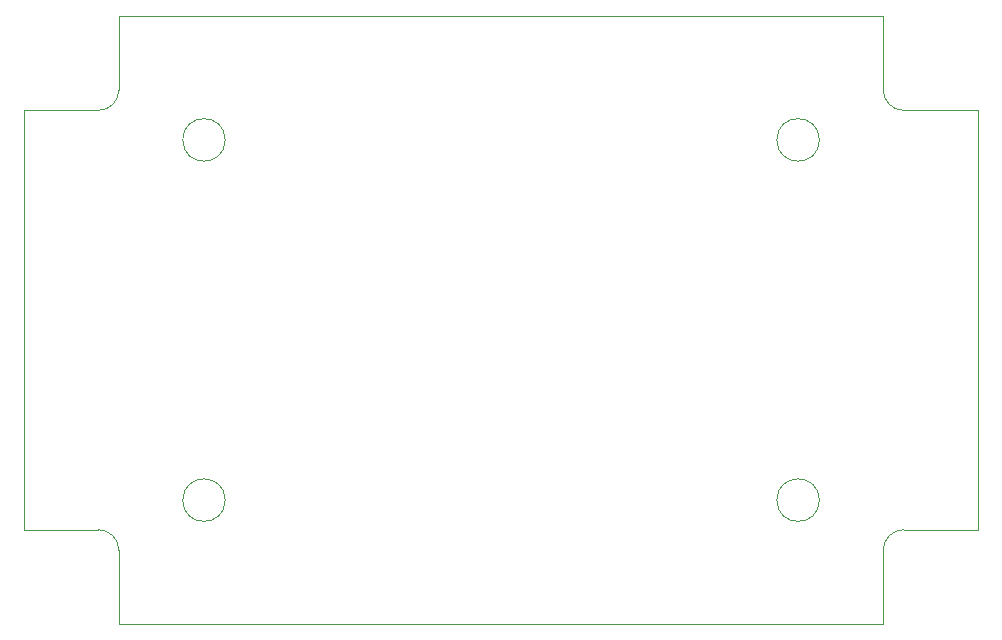
<source format=gbr>
%TF.GenerationSoftware,KiCad,Pcbnew,(5.99.0-7626-g1ca75c8fda)*%
%TF.CreationDate,2021-03-16T10:58:17+01:00*%
%TF.ProjectId,CDEM,4344454d-2e6b-4696-9361-645f70636258,rev?*%
%TF.SameCoordinates,Original*%
%TF.FileFunction,Profile,NP*%
%FSLAX46Y46*%
G04 Gerber Fmt 4.6, Leading zero omitted, Abs format (unit mm)*
G04 Created by KiCad (PCBNEW (5.99.0-7626-g1ca75c8fda)) date 2021-03-16 10:58:17*
%MOMM*%
%LPD*%
G01*
G04 APERTURE LIST*
%TA.AperFunction,Profile*%
%ADD10C,0.100000*%
%TD*%
G04 APERTURE END LIST*
D10*
X99100000Y-125950000D02*
X99100000Y-132200000D01*
X43400000Y-91200000D02*
G75*
G03*
X43400000Y-91200000I-1800000J0D01*
G01*
X43400000Y-121700000D02*
G75*
G03*
X43400000Y-121700000I-1800000J0D01*
G01*
X32650000Y-124200000D02*
G75*
G02*
X34400000Y-125950000I0J-1750000D01*
G01*
X99100000Y-132200000D02*
X34400000Y-132200000D01*
X107100000Y-88700000D02*
X107100000Y-124200000D01*
X34400000Y-132200000D02*
X34400000Y-125950000D01*
X99100000Y-125950000D02*
G75*
G02*
X100850000Y-124200000I1750000J0D01*
G01*
X99100000Y-80700000D02*
X99100000Y-86950000D01*
X26400000Y-88700000D02*
X32650000Y-88700000D01*
X34400000Y-86950000D02*
X34400000Y-80700000D01*
X100850000Y-88700000D02*
G75*
G02*
X99100000Y-86950000I0J1750000D01*
G01*
X34400000Y-80700000D02*
X99100000Y-80700000D01*
X34400000Y-86950000D02*
G75*
G02*
X32650000Y-88700000I-1750000J0D01*
G01*
X93700000Y-91200000D02*
G75*
G03*
X93700000Y-91200000I-1800000J0D01*
G01*
X100850000Y-88700000D02*
X107100000Y-88700000D01*
X107100000Y-124200000D02*
X100850000Y-124200000D01*
X26400000Y-124200000D02*
X26400000Y-88700000D01*
X32650000Y-124200000D02*
X26400000Y-124200000D01*
X93700000Y-121700000D02*
G75*
G03*
X93700000Y-121700000I-1800000J0D01*
G01*
M02*

</source>
